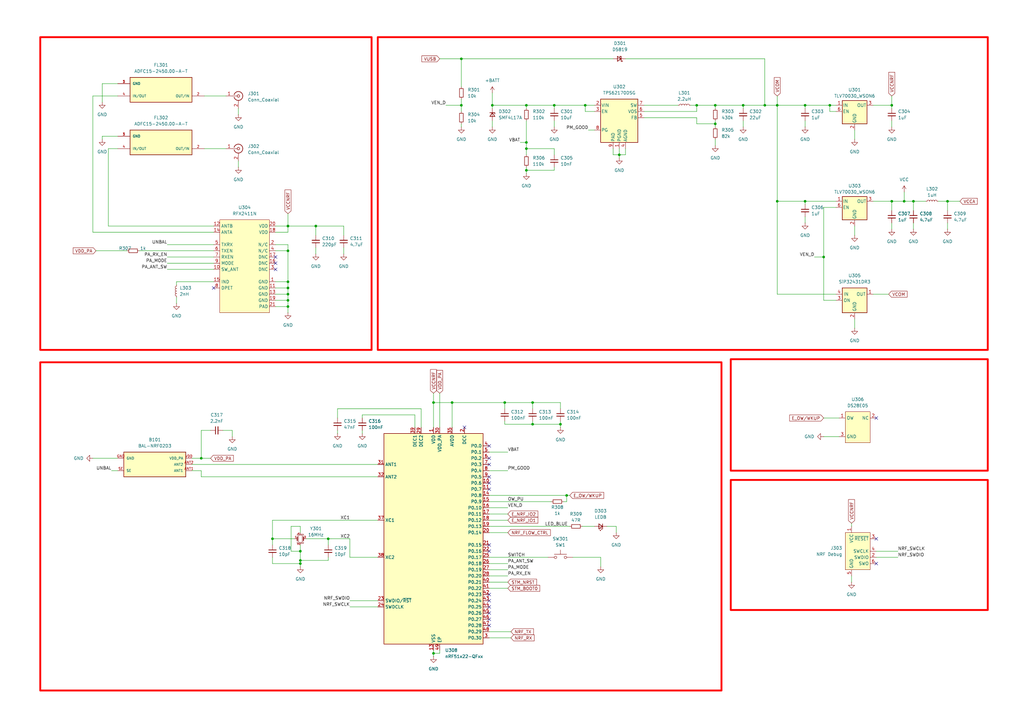
<source format=kicad_sch>
(kicad_sch (version 20231120) (generator "eeschema") (generator_version "8.0")
  (paper "A3")
  (title_block (date "2024-07-18"))
  (lib_symbols
    (symbol "ADFC15-2450.00-A-T:ADFC15-2450.00-A-T" (pin_names (offset 1.016))
      (property "Reference" "FL" (at -12.7 5.08 0))
      (property "Value" "ADFC15-2450.00-A-T" (at -12.7 -7.62 0))
      (symbol "ADFC15-2450.00-A-T_0_0"
        (pin power_in line (at 17.78 -2.54 180) (length 5.08) (name "GND") (number "1"))
        (pin bidirectional line (at -17.78 2.54 0) (length 5.08) (name "OUT/IN") (number "2"))
        (pin power_in line (at 17.78 -2.54 180) (length 5.08) (name "GND") (number "3"))
        (pin bidirectional line (at 17.78 2.54 180) (length 5.08) (name "IN/OUT") (number "4"))
      )
    )
    (symbol "BAL-NRF02D3:BAL-NRF02D3" (pin_names (offset 1.016))
      (property "Reference" "B" (at -12.7 5.588 0))
      (property "Value" "BAL-NRF02D3" (at -6.858 5.588 0))
      (symbol "BAL-NRF02D3_0_0"
        (pin bidirectional line (at -15.24 2.54 0) (length 2.54) (name "ANT1") (number "ANT1"))
        (pin bidirectional line (at -15.24 0 0) (length 2.54) (name "ANT2") (number "ANT2"))
        (pin bidirectional line (at 15.24 -2.54 180) (length 2.54) (name "GND") (number "GND"))
        (pin bidirectional line (at 15.24 2.54 180) (length 2.54) (name "SE") (number "SE"))
        (pin bidirectional line (at -15.24 -2.54 0) (length 2.54) (name "VDD_PA") (number "VDD"))
      )
    )
    (symbol "Connector:Conn_ARM_SWD_TagConnect_TC2030-NL" (in_bom no)
      (property "Reference" "J" (at 2.54 11.43 0))
      (property "Value" "Conn_ARM_SWD_TagConnect_TC2030-NL" (at 2.54 8.89 0))
      (symbol "Conn_ARM_SWD_TagConnect_TC2030-NL_0_0"
        (pin power_in line (at -2.54 10.16 270) (length 2.54) (name "VCC") (number "1"))
        (pin bidirectional line (at 7.62 -2.54 180) (length 2.54) (name "SWDIO") (number "2"))
        (pin open_collector line (at 7.62 5.08 180) (length 2.54) (name "~{RESET}") (number "3"))
        (pin output line (at 7.62 0 180) (length 2.54) (name "SWCLK") (number "4"))
        (pin power_in line (at -2.54 -10.16 90) (length 2.54) (name "GND") (number "5"))
        (pin input line (at 7.62 -5.08 180) (length 2.54) (name "SWO") (number "6"))
      )
    )
    (symbol "Connector:Conn_Coaxial" (pin_names (offset 1.016) hide)
      (property "Reference" "J" (at 0.254 3.048 0))
      (property "Value" "Conn_Coaxial" (at 2.921 0 90))
      (symbol "Conn_Coaxial_1_1"
        (pin passive line (at -5.08 0 0) (length 2.54) (name "In") (number "1"))
        (pin passive line (at 0 -5.08 90) (length 2.54) (name "Ext") (number "2"))
      )
    )
    (symbol "Device:C_Small" (pin_numbers hide) (pin_names (offset 0.254) hide)
      (property "Reference" "C" (at 0.254 1.778 0))
      (property "Value" "C_Small" (at 0.254 -2.032 0))
      (symbol "C_Small_1_1"
        (pin passive line (at 0 2.54 270) (length 2.032) (name "~") (number "1"))
        (pin passive line (at 0 -2.54 90) (length 2.032) (name "~") (number "2"))
      )
    )
    (symbol "Device:Crystal_GND24_Small" (pin_names (offset 1.016) hide)
      (property "Reference" "Y" (at 1.27 4.445 0))
      (property "Value" "Crystal_GND24_Small" (at 1.27 2.54 0))
      (symbol "Crystal_GND24_Small_1_1"
        (pin passive line (at -2.54 0 0) (length 1.27) (name "1") (number "1"))
        (pin passive line (at 0 -2.54 90) (length 0.635) (name "2") (number "2"))
        (pin passive line (at 2.54 0 180) (length 1.27) (name "3") (number "3"))
        (pin passive line (at 0 2.54 270) (length 0.635) (name "4") (number "4"))
      )
    )
    (symbol "Device:D_Schottky_Small" (pin_numbers hide) (pin_names (offset 0.254) hide)
      (property "Reference" "D" (at -1.27 2.032 0))
      (property "Value" "D_Schottky_Small" (at -7.112 -2.032 0))
      (symbol "D_Schottky_Small_1_1"
        (pin passive line (at -2.54 0 0) (length 1.778) (name "K") (number "1"))
        (pin passive line (at 2.54 0 180) (length 1.778) (name "A") (number "2"))
      )
    )
    (symbol "Device:D_Zener_Small" (pin_numbers hide) (pin_names (offset 0.254) hide)
      (property "Reference" "D" (at 0 2.286 0))
      (property "Value" "D_Zener_Small" (at 0 -2.286 0))
      (symbol "D_Zener_Small_1_1"
        (pin passive line (at -2.54 0 0) (length 1.778) (name "K") (number "1"))
        (pin passive line (at 2.54 0 180) (length 1.778) (name "A") (number "2"))
      )
    )
    (symbol "Device:LED_Small" (pin_numbers hide) (pin_names (offset 0.254) hide)
      (property "Reference" "D" (at -1.27 3.175 0))
      (property "Value" "LED_Small" (at -4.445 -2.54 0))
      (symbol "LED_Small_1_1"
        (pin passive line (at -2.54 0 0) (length 1.778) (name "K") (number "1"))
        (pin passive line (at 2.54 0 180) (length 1.778) (name "A") (number "2"))
      )
    )
    (symbol "Device:L_Small" (pin_numbers hide) (pin_names (offset 0.254) hide)
      (property "Reference" "L" (at 0.762 1.016 0))
      (property "Value" "L_Small" (at 0.762 -1.016 0))
      (symbol "L_Small_1_1"
        (pin passive line (at 0 2.54 270) (length 0.508) (name "~") (number "1"))
        (pin passive line (at 0 -2.54 90) (length 0.508) (name "~") (number "2"))
      )
    )
    (symbol "Device:R_Small" (pin_numbers hide) (pin_names (offset 0.254) hide)
      (property "Reference" "R" (at 0.762 0.508 0))
      (property "Value" "R_Small" (at 0.762 -1.016 0))
      (symbol "R_Small_1_1"
        (pin passive line (at 0 2.54 270) (length 0.762) (name "~") (number "1"))
        (pin passive line (at 0 -2.54 90) (length 0.762) (name "~") (number "2"))
      )
    )
    (symbol "MCU_Nordic:nRF51x22-QFxx"
      (property "Reference" "U" (at 0 2.54 0))
      (property "Value" "nRF51x22-QFxx" (at 0 -2.54 0))
      (symbol "nRF51x22-QFxx_1_1"
        (pin power_in line (at 0 45.72 270) (length 2.54) (name "VDD") (number "1"))
        (pin bidirectional line (at 22.86 22.86 180) (length 2.54) (name "P0.6") (number "10"))
        (pin bidirectional line (at 22.86 20.32 180) (length 2.54) (name "P0.7") (number "11"))
        (pin passive line (at 0 45.72 270) (length 2.54) hide (name "VDD") (number "12"))
        (pin power_in line (at 0 -45.72 90) (length 2.54) (name "VSS") (number "13"))
        (pin bidirectional line (at 22.86 17.78 180) (length 2.54) (name "P0.8") (number "14"))
        (pin bidirectional line (at 22.86 15.24 180) (length 2.54) (name "P0.9") (number "15"))
        (pin bidirectional line (at 22.86 12.7 180) (length 2.54) (name "P0.10") (number "16"))
        (pin bidirectional line (at 22.86 10.16 180) (length 2.54) (name "P0.11") (number "17"))
        (pin bidirectional line (at 22.86 7.62 180) (length 2.54) (name "P0.12") (number "18"))
        (pin bidirectional line (at 22.86 5.08 180) (length 2.54) (name "P0.13") (number "19"))
        (pin power_out line (at 12.7 45.72 270) (length 2.54) (name "DCC") (number "2"))
        (pin bidirectional line (at 22.86 2.54 180) (length 2.54) (name "P0.14") (number "20"))
        (pin bidirectional line (at 22.86 -2.54 180) (length 2.54) (name "P0.15") (number "21"))
        (pin bidirectional line (at 22.86 -5.08 180) (length 2.54) (name "P0.16") (number "22"))
        (pin bidirectional line (at -22.86 -25.4 0) (length 2.54) (name "SWDIO/~{RST}") (number "23"))
        (pin input line (at -22.86 -27.94 0) (length 2.54) (name "SWDCLK") (number "24"))
        (pin bidirectional line (at 22.86 -7.62 180) (length 2.54) (name "P0.17") (number "25"))
        (pin bidirectional line (at 22.86 -10.16 180) (length 2.54) (name "P0.18") (number "26"))
        (pin bidirectional line (at 22.86 -12.7 180) (length 2.54) (name "P0.19") (number "27"))
        (pin bidirectional line (at 22.86 -15.24 180) (length 2.54) (name "P0.20") (number "28"))
        (pin passive line (at -5.08 45.72 270) (length 2.54) (name "DEC2") (number "29"))
        (pin bidirectional line (at 22.86 -40.64 180) (length 2.54) (name "P0.30") (number "3"))
        (pin power_out line (at 2.54 45.72 270) (length 2.54) (name "VDD_PA") (number "30"))
        (pin output line (at -22.86 30.48 0) (length 2.54) (name "ANT1") (number "31"))
        (pin output line (at -22.86 25.4 0) (length 2.54) (name "ANT2") (number "32"))
        (pin passive line (at 0 -45.72 90) (length 2.54) hide (name "VSS") (number "33"))
        (pin passive line (at 0 -45.72 90) (length 2.54) hide (name "VSS") (number "34"))
        (pin power_in line (at 7.62 45.72 270) (length 2.54) (name "AVDD") (number "35"))
        (pin passive line (at 7.62 45.72 270) (length 2.54) hide (name "AVDD") (number "36"))
        (pin input line (at -22.86 7.62 0) (length 2.54) (name "XC1") (number "37"))
        (pin input line (at -22.86 -7.62 0) (length 2.54) (name "XC2") (number "38"))
        (pin passive line (at -7.62 45.72 270) (length 2.54) (name "DEC1") (number "39"))
        (pin bidirectional line (at 22.86 38.1 180) (length 2.54) (name "P0.0") (number "4"))
        (pin bidirectional line (at 22.86 -17.78 180) (length 2.54) (name "P0.21") (number "40"))
        (pin bidirectional line (at 22.86 -20.32 180) (length 2.54) (name "P0.22") (number "41"))
        (pin bidirectional line (at 22.86 -22.86 180) (length 2.54) (name "P0.23") (number "42"))
        (pin bidirectional line (at 22.86 -25.4 180) (length 2.54) (name "P0.24") (number "43"))
        (pin bidirectional line (at 22.86 -27.94 180) (length 2.54) (name "P0.25") (number "44"))
        (pin bidirectional line (at 22.86 -30.48 180) (length 2.54) (name "P0.26") (number "45"))
        (pin bidirectional line (at 22.86 -33.02 180) (length 2.54) (name "P0.27") (number "46"))
        (pin bidirectional line (at 22.86 -35.56 180) (length 2.54) (name "P0.28") (number "47"))
        (pin bidirectional line (at 22.86 -38.1 180) (length 2.54) (name "P0.29") (number "48"))
        (pin power_in line (at 2.54 -45.72 90) (length 2.54) (name "EP") (number "49"))
        (pin bidirectional line (at 22.86 35.56 180) (length 2.54) (name "P0.1") (number "5"))
        (pin bidirectional line (at 22.86 33.02 180) (length 2.54) (name "P0.2") (number "6"))
        (pin bidirectional line (at 22.86 30.48 180) (length 2.54) (name "P0.3") (number "7"))
        (pin bidirectional line (at 22.86 27.94 180) (length 2.54) (name "P0.4") (number "8"))
        (pin bidirectional line (at 22.86 25.4 180) (length 2.54) (name "P0.5") (number "9"))
      )
    )
    (symbol "Power_Management:SiP32431DR3"
      (property "Reference" "U" (at 0 8.89 0))
      (property "Value" "SiP32431DR3" (at 0 6.35 0))
      (symbol "SiP32431DR3_1_1"
        (pin passive line (at 7.62 2.54 180) (length 2.54) (name "OUT") (number "1"))
        (pin power_in line (at 0 -7.62 90) (length 2.54) (name "GND") (number "2"))
        (pin input line (at -7.62 0 0) (length 2.54) (name "ON") (number "3"))
        (pin passive line (at -7.62 2.54 0) (length 2.54) (name "IN") (number "4"))
        (pin passive line (at 0 -7.62 90) (length 2.54) hide (name "GND") (number "5"))
        (pin no_connect line (at 5.08 0 180) (length 2.54) hide (name "NC") (number "6"))
      )
    )
    (symbol "Regulator_Linear:TLV70030_WSON6" (pin_names (offset 0.254))
      (property "Reference" "U" (at -3.81 5.715 0))
      (property "Value" "TLV70030_WSON6" (at 0 5.715 0))
      (symbol "TLV70030_WSON6_1_1"
        (pin power_in line (at -7.62 2.54 0) (length 2.54) (name "IN") (number "1"))
        (pin power_in line (at 0 -7.62 90) (length 2.54) (name "GND") (number "2"))
        (pin power_out line (at 7.62 2.54 180) (length 2.54) (name "OUT") (number "3"))
        (pin no_connect line (at 7.62 0 180) (length 2.54) hide (name "NC") (number "4"))
        (pin no_connect line (at -2.54 -5.08 90) (length 2.54) hide (name "NC") (number "5"))
        (pin input line (at -7.62 0 0) (length 2.54) (name "EN") (number "6"))
      )
    )
    (symbol "Regulator_Switching:TPS62170DSG" (pin_names (offset 0.254))
      (property "Reference" "U" (at -7.62 11.43 0))
      (property "Value" "TPS62170DSG" (at -1.27 11.43 0))
      (symbol "TPS62170DSG_1_1"
        (pin power_in line (at 0 -10.16 90) (length 2.54) (name "PGND") (number "1"))
        (pin power_in line (at -10.16 7.62 0) (length 2.54) (name "VIN") (number "2"))
        (pin input line (at -10.16 5.08 0) (length 2.54) (name "EN") (number "3"))
        (pin power_in line (at 2.54 -10.16 90) (length 2.54) (name "AGND") (number "4"))
        (pin input line (at 10.16 2.54 180) (length 2.54) (name "FB") (number "5"))
        (pin input line (at 10.16 5.08 180) (length 2.54) (name "VOS") (number "6"))
        (pin output line (at 10.16 7.62 180) (length 2.54) (name "SW") (number "7"))
        (pin open_collector line (at -10.16 -2.54 0) (length 2.54) (name "PG") (number "8"))
        (pin power_in line (at -2.54 -10.16 90) (length 2.54) (name "PAD") (number "9"))
      )
    )
    (symbol "Switch:SW_Push" (pin_numbers hide) (pin_names (offset 1.016) hide)
      (property "Reference" "SW" (at 1.27 2.54 0))
      (property "Value" "SW_Push" (at 0 -1.524 0))
      (symbol "SW_Push_0_1"
        (pin passive line (at -5.08 0 0) (length 2.54) (name "1") (number "1"))
        (pin passive line (at 5.08 0 180) (length 2.54) (name "2") (number "2"))
      )
    )
    (symbol "libs:DS28E05"
      (property "Reference" "U" (at 0 8.128 0))
      (property "Value" "DS28E05" (at -5.08 0 0))
      (symbol "DS28E05_1_1"
        (pin passive line (at -7.62 3.81 0) (length 2.54) (name "OW") (number "1"))
        (pin passive line (at 7.62 3.81 180) (length 2.54) (name "NC") (number "2"))
        (pin passive line (at -7.62 -3.81 0) (length 2.54) (name "GND") (number "3"))
      )
    )
    (symbol "libs:RFX2411N"
      (property "Reference" "U" (at 0 24.13 0))
      (property "Value" "RFX2411N" (at 0 22.098 0))
      (symbol "RFX2411N_1_1"
        (pin passive line (at 12.7 -6.35 180) (length 2.54) (name "GND") (number "1"))
        (pin passive line (at -12.7 -1.27 0) (length 2.54) (name "SW_ANT") (number "10"))
        (pin passive line (at 12.7 -8.89 180) (length 2.54) (name "GND") (number "11"))
        (pin passive line (at -12.7 16.51 0) (length 2.54) (name "ANTB") (number "12"))
        (pin passive line (at 12.7 -11.43 180) (length 2.54) (name "GND") (number "13"))
        (pin passive line (at -12.7 13.97 0) (length 2.54) (name "ANTA") (number "14"))
        (pin passive line (at -12.7 -6.35 0) (length 2.54) (name "IND") (number "15"))
        (pin passive line (at 12.7 1.27 180) (length 2.54) (name "DNC") (number "16"))
        (pin passive line (at 12.7 3.81 180) (length 2.54) (name "DNC") (number "17"))
        (pin passive line (at 12.7 13.97 180) (length 2.54) (name "VDD") (number "18"))
        (pin passive line (at 12.7 -13.97 180) (length 2.54) (name "GND") (number "19"))
        (pin passive line (at 12.7 8.89 180) (length 2.54) (name "N/C") (number "2"))
        (pin passive line (at 12.7 16.51 180) (length 2.54) (name "VDD") (number "20"))
        (pin passive line (at 12.7 -16.51 180) (length 2.54) (name "PAD") (number "21"))
        (pin passive line (at 12.7 -1.27 180) (length 2.54) (name "DNC") (number "3"))
        (pin passive line (at 12.7 6.35 180) (length 2.54) (name "N/C") (number "4"))
        (pin passive line (at -12.7 8.89 0) (length 2.54) (name "TXRX") (number "5"))
        (pin passive line (at -12.7 6.35 0) (length 2.54) (name "TXEN") (number "6"))
        (pin passive line (at -12.7 3.81 0) (length 2.54) (name "RXEN") (number "7"))
        (pin passive line (at -12.7 -8.89 0) (length 2.54) (name "DPET") (number "8"))
        (pin passive line (at -12.7 1.27 0) (length 2.54) (name "MODE") (number "9"))
      )
    )
    (symbol "power:+BATT" (power) (pin_numbers hide) (pin_names (offset 0) hide)
      (property "Value" "+BATT" (at 0 3.556 0))
      (symbol "+BATT_1_1"
        (pin power_in line (at 0 0 90) (length 0) (name "~") (number "1"))
      )
    )
    (symbol "power:GND" (power) (pin_numbers hide) (pin_names (offset 0) hide)
      (property "Value" "GND" (at 0 -3.81 0))
      (symbol "GND_1_1"
        (pin power_in line (at 0 0 270) (length 0) (name "~") (number "1"))
      )
    )
    (symbol "power:VCC" (power) (pin_numbers hide) (pin_names (offset 0) hide)
      (property "Value" "VCC" (at 0 3.556 0))
      (symbol "VCC_1_1"
        (pin power_in line (at 0 0 90) (length 0) (name "~") (number "1"))
      )
    )
  )
  (junction (at 304.8 43.18))
  (junction (at 189.23 24.13))
  (junction (at 111.76 220.98))
  (junction (at 337.82 105.41))
  (junction (at 118.11 115.57))
  (junction (at 365.76 82.55))
  (junction (at 123.19 229.87))
  (junction (at 118.11 125.73))
  (junction (at 129.54 92.71))
  (junction (at 118.11 118.11))
  (junction (at 293.37 50.8))
  (junction (at 218.44 173.99))
  (junction (at 82.55 187.96))
  (junction (at 318.77 82.55))
  (junction (at 218.44 165.1))
  (junction (at 189.23 43.18))
  (junction (at 330.2 43.18))
  (junction (at 215.9 43.18))
  (junction (at 365.76 43.18))
  (junction (at 118.11 92.71))
  (junction (at 232.41 203.2))
  (junction (at 285.75 43.18))
  (junction (at 177.8 267.97))
  (junction (at 240.03 43.18))
  (junction (at 215.9 58.42))
  (junction (at 118.11 123.19))
  (junction (at 254 63.5))
  (junction (at 123.19 231.14))
  (junction (at 340.36 43.18))
  (junction (at 227.33 43.18))
  (junction (at 201.93 43.18))
  (junction (at 207.01 165.1))
  (junction (at 330.2 82.55))
  (junction (at 215.9 60.96))
  (junction (at 215.9 69.85))
  (junction (at 185.42 165.1))
  (junction (at 177.8 165.1))
  (junction (at 293.37 43.18))
  (junction (at 374.65 82.55))
  (junction (at 388.62 82.55))
  (junction (at 134.62 220.98))
  (junction (at 318.77 43.18))
  (junction (at 118.11 102.87))
  (junction (at 313.69 43.18))
  (junction (at 123.19 226.06))
  (junction (at 370.84 82.55))
  (junction (at 229.87 173.99))
  (junction (at 118.11 120.65))
  (no_connect (at 200.66 243.84))
  (no_connect (at 87.63 118.11))
  (no_connect (at 200.66 198.12))
  (no_connect (at 113.03 110.49))
  (no_connect (at 200.66 246.38))
  (no_connect (at 200.66 190.5))
  (no_connect (at 200.66 195.58))
  (no_connect (at 359.41 220.98))
  (no_connect (at 359.41 171.45))
  (no_connect (at 200.66 226.06))
  (no_connect (at 200.66 200.66))
  (no_connect (at 200.66 182.88))
  (no_connect (at 200.66 251.46))
  (no_connect (at 200.66 223.52))
  (no_connect (at 113.03 105.41))
  (no_connect (at 200.66 254))
  (no_connect (at 190.5 175.26))
  (no_connect (at 200.66 248.92))
  (no_connect (at 200.66 256.54))
  (no_connect (at 113.03 107.95))
  (no_connect (at 200.66 187.96))
  (no_connect (at 359.41 231.14))
  (wire (pts (xy 200.66 236.22) (xy 208.28 236.22)))
  (wire (pts (xy 318.77 120.65) (xy 318.77 82.55)))
  (wire (pts (xy 243.84 45.72) (xy 240.03 45.72)))
  (wire (pts (xy 384.81 82.55) (xy 388.62 82.55)))
  (wire (pts (xy 342.9 45.72) (xy 340.36 45.72)))
  (wire (pts (xy 207.01 172.72) (xy 207.01 173.99)))
  (wire (pts (xy 232.41 205.74) (xy 232.41 203.2)))
  (wire (pts (xy 207.01 173.99) (xy 218.44 173.99)))
  (wire (pts (xy 113.03 118.11) (xy 118.11 118.11)))
  (wire (pts (xy 170.18 170.18) (xy 148.59 170.18)))
  (wire (pts (xy 330.2 43.18) (xy 330.2 44.45)))
  (wire (pts (xy 365.76 86.36) (xy 365.76 82.55)))
  (wire (pts (xy 227.33 60.96) (xy 215.9 60.96)))
  (wire (pts (xy 200.66 233.68) (xy 208.28 233.68)))
  (wire (pts (xy 318.77 39.37) (xy 318.77 43.18)))
  (wire (pts (xy 123.19 218.44) (xy 123.19 215.9)))
  (wire (pts (xy 45.72 193.04) (xy 48.26 193.04)))
  (wire (pts (xy 374.65 82.55) (xy 374.65 86.36)))
  (wire (pts (xy 113.03 125.73) (xy 118.11 125.73)))
  (wire (pts (xy 189.23 24.13) (xy 251.46 24.13)))
  (wire (pts (xy 170.18 175.26) (xy 170.18 170.18)))
  (wire (pts (xy 44.45 60.96) (xy 48.26 60.96)))
  (wire (pts (xy 138.43 176.53) (xy 138.43 177.8)))
  (wire (pts (xy 111.76 228.6) (xy 111.76 231.14)))
  (wire (pts (xy 185.42 165.1) (xy 207.01 165.1)))
  (wire (pts (xy 143.51 220.98) (xy 134.62 220.98)))
  (wire (pts (xy 143.51 228.6) (xy 143.51 220.98)))
  (wire (pts (xy 330.2 88.9) (xy 330.2 91.44)))
  (wire (pts (xy 111.76 213.36) (xy 154.94 213.36)))
  (wire (pts (xy 78.74 190.5) (xy 154.94 190.5)))
  (wire (pts (xy 140.97 92.71) (xy 129.54 92.71)))
  (wire (pts (xy 232.41 203.2) (xy 233.68 203.2)))
  (wire (pts (xy 218.44 172.72) (xy 218.44 173.99)))
  (wire (pts (xy 200.66 259.08) (xy 209.55 259.08)))
  (wire (pts (xy 140.97 96.52) (xy 140.97 92.71)))
  (wire (pts (xy 189.23 40.64) (xy 189.23 43.18)))
  (wire (pts (xy 129.54 101.6) (xy 129.54 104.14)))
  (wire (pts (xy 330.2 49.53) (xy 330.2 52.07)))
  (wire (pts (xy 38.1 95.25) (xy 87.63 95.25)))
  (wire (pts (xy 215.9 68.58) (xy 215.9 69.85)))
  (wire (pts (xy 129.54 92.71) (xy 118.11 92.71)))
  (wire (pts (xy 243.84 43.18) (xy 240.03 43.18)))
  (wire (pts (xy 57.15 102.87) (xy 87.63 102.87)))
  (wire (pts (xy 118.11 118.11) (xy 118.11 120.65)))
  (wire (pts (xy 215.9 49.53) (xy 215.9 58.42)))
  (wire (pts (xy 123.19 223.52) (xy 123.19 226.06)))
  (wire (pts (xy 123.19 226.06) (xy 123.19 229.87)))
  (wire (pts (xy 154.94 228.6) (xy 143.51 228.6)))
  (wire (pts (xy 185.42 165.1) (xy 185.42 175.26)))
  (wire (pts (xy 201.93 38.1) (xy 201.93 43.18)))
  (wire (pts (xy 177.8 165.1) (xy 177.8 175.26)))
  (wire (pts (xy 293.37 57.15) (xy 293.37 59.69)))
  (wire (pts (xy 200.66 205.74) (xy 226.06 205.74)))
  (wire (pts (xy 350.52 92.71) (xy 350.52 96.52)))
  (wire (pts (xy 148.59 176.53) (xy 148.59 177.8)))
  (wire (pts (xy 111.76 220.98) (xy 111.76 223.52)))
  (wire (pts (xy 200.66 210.82) (xy 208.28 210.82)))
  (wire (pts (xy 318.77 82.55) (xy 330.2 82.55)))
  (wire (pts (xy 285.75 45.72) (xy 285.75 43.18)))
  (wire (pts (xy 285.75 43.18) (xy 283.21 43.18)))
  (wire (pts (xy 41.91 34.29) (xy 41.91 41.91)))
  (wire (pts (xy 350.52 53.34) (xy 350.52 57.15)))
  (wire (pts (xy 118.11 92.71) (xy 113.03 92.71)))
  (wire (pts (xy 330.2 82.55) (xy 342.9 82.55)))
  (wire (pts (xy 118.11 87.63) (xy 118.11 92.71)))
  (wire (pts (xy 350.52 130.81) (xy 350.52 134.62)))
  (wire (pts (xy 177.8 267.97) (xy 177.8 269.24)))
  (wire (pts (xy 254 63.5) (xy 254 64.77)))
  (wire (pts (xy 200.66 208.28) (xy 208.28 208.28)))
  (wire (pts (xy 215.9 69.85) (xy 227.33 69.85)))
  (wire (pts (xy 48.26 34.29) (xy 41.91 34.29)))
  (wire (pts (xy 177.8 165.1) (xy 185.42 165.1)))
  (wire (pts (xy 119.38 215.9) (xy 119.38 226.06)))
  (wire (pts (xy 172.72 175.26) (xy 172.72 167.64)))
  (wire (pts (xy 111.76 231.14) (xy 123.19 231.14)))
  (wire (pts (xy 388.62 82.55) (xy 388.62 86.36)))
  (wire (pts (xy 264.16 45.72) (xy 285.75 45.72)))
  (wire (pts (xy 134.62 220.98) (xy 134.62 223.52)))
  (wire (pts (xy 113.03 120.65) (xy 118.11 120.65)))
  (wire (pts (xy 118.11 125.73) (xy 118.11 128.27)))
  (wire (pts (xy 95.25 176.53) (xy 95.25 179.07)))
  (wire (pts (xy 365.76 82.55) (xy 358.14 82.55)))
  (wire (pts (xy 370.84 82.55) (xy 374.65 82.55)))
  (wire (pts (xy 113.03 95.25) (xy 118.11 95.25)))
  (wire (pts (xy 293.37 50.8) (xy 293.37 52.07)))
  (wire (pts (xy 285.75 43.18) (xy 293.37 43.18)))
  (wire (pts (xy 113.03 102.87) (xy 118.11 102.87)))
  (wire (pts (xy 200.66 238.76) (xy 208.28 238.76)))
  (wire (pts (xy 313.69 43.18) (xy 318.77 43.18)))
  (wire (pts (xy 113.03 123.19) (xy 118.11 123.19)))
  (wire (pts (xy 334.01 105.41) (xy 337.82 105.41)))
  (wire (pts (xy 229.87 172.72) (xy 229.87 173.99)))
  (wire (pts (xy 177.8 161.29) (xy 177.8 165.1)))
  (wire (pts (xy 227.33 43.18) (xy 227.33 44.45)))
  (wire (pts (xy 229.87 173.99) (xy 229.87 175.26)))
  (wire (pts (xy 337.82 123.19) (xy 342.9 123.19)))
  (wire (pts (xy 83.82 60.96) (xy 92.71 60.96)))
  (wire (pts (xy 349.25 214.63) (xy 349.25 215.9)))
  (wire (pts (xy 318.77 43.18) (xy 318.77 82.55)))
  (wire (pts (xy 82.55 195.58) (xy 154.94 195.58)))
  (wire (pts (xy 78.74 193.04) (xy 82.55 193.04)))
  (wire (pts (xy 365.76 49.53) (xy 365.76 52.07)))
  (wire (pts (xy 342.9 120.65) (xy 318.77 120.65)))
  (wire (pts (xy 44.45 92.71) (xy 44.45 60.96)))
  (wire (pts (xy 189.23 43.18) (xy 189.23 45.72)))
  (wire (pts (xy 180.34 161.29) (xy 180.34 175.26)))
  (wire (pts (xy 68.58 100.33) (xy 87.63 100.33)))
  (wire (pts (xy 304.8 44.45) (xy 304.8 43.18)))
  (wire (pts (xy 123.19 215.9) (xy 119.38 215.9)))
  (wire (pts (xy 78.74 187.96) (xy 82.55 187.96)))
  (wire (pts (xy 118.11 102.87) (xy 118.11 115.57)))
  (wire (pts (xy 285.75 50.8) (xy 293.37 50.8)))
  (wire (pts (xy 238.76 215.9) (xy 243.84 215.9)))
  (wire (pts (xy 340.36 43.18) (xy 342.9 43.18)))
  (wire (pts (xy 293.37 49.53) (xy 293.37 50.8)))
  (wire (pts (xy 240.03 45.72) (xy 240.03 43.18)))
  (wire (pts (xy 349.25 236.22) (xy 349.25 238.76)))
  (wire (pts (xy 215.9 43.18) (xy 201.93 43.18)))
  (wire (pts (xy 330.2 82.55) (xy 330.2 83.82)))
  (wire (pts (xy 200.66 231.14) (xy 208.28 231.14)))
  (wire (pts (xy 138.43 167.64) (xy 138.43 171.45)))
  (wire (pts (xy 358.14 120.65) (xy 364.49 120.65)))
  (wire (pts (xy 388.62 82.55) (xy 393.7 82.55)))
  (wire (pts (xy 218.44 165.1) (xy 229.87 165.1)))
  (wire (pts (xy 200.66 203.2) (xy 232.41 203.2)))
  (wire (pts (xy 293.37 44.45) (xy 293.37 43.18)))
  (wire (pts (xy 359.41 226.06) (xy 368.3 226.06)))
  (wire (pts (xy 201.93 49.53) (xy 201.93 52.07)))
  (wire (pts (xy 200.66 228.6) (xy 224.79 228.6)))
  (wire (pts (xy 113.03 115.57) (xy 118.11 115.57)))
  (wire (pts (xy 264.16 48.26) (xy 285.75 48.26)))
  (wire (pts (xy 374.65 82.55) (xy 379.73 82.55)))
  (wire (pts (xy 200.66 215.9) (xy 233.68 215.9)))
  (wire (pts (xy 129.54 96.52) (xy 129.54 92.71)))
  (wire (pts (xy 111.76 220.98) (xy 120.65 220.98)))
  (wire (pts (xy 285.75 48.26) (xy 285.75 50.8)))
  (wire (pts (xy 229.87 167.64) (xy 229.87 165.1)))
  (wire (pts (xy 337.82 105.41) (xy 337.82 123.19)))
  (wire (pts (xy 97.79 66.04) (xy 97.79 68.58)))
  (wire (pts (xy 200.66 241.3) (xy 208.28 241.3)))
  (wire (pts (xy 82.55 187.96) (xy 86.36 187.96)))
  (wire (pts (xy 207.01 165.1) (xy 218.44 165.1)))
  (wire (pts (xy 227.33 43.18) (xy 215.9 43.18)))
  (wire (pts (xy 180.34 266.7) (xy 180.34 267.97)))
  (wire (pts (xy 370.84 78.74) (xy 370.84 82.55)))
  (wire (pts (xy 68.58 107.95) (xy 87.63 107.95)))
  (wire (pts (xy 39.37 102.87) (xy 52.07 102.87)))
  (wire (pts (xy 234.95 228.6) (xy 246.38 228.6)))
  (wire (pts (xy 256.54 24.13) (xy 313.69 24.13)))
  (wire (pts (xy 172.72 167.64) (xy 138.43 167.64)))
  (wire (pts (xy 134.62 229.87) (xy 123.19 229.87)))
  (wire (pts (xy 200.66 213.36) (xy 208.28 213.36)))
  (wire (pts (xy 83.82 39.37) (xy 92.71 39.37)))
  (wire (pts (xy 304.8 49.53) (xy 304.8 52.07)))
  (wire (pts (xy 374.65 91.44) (xy 374.65 93.98)))
  (wire (pts (xy 86.36 176.53) (xy 82.55 176.53)))
  (wire (pts (xy 231.14 205.74) (xy 232.41 205.74)))
  (wire (pts (xy 118.11 123.19) (xy 118.11 125.73)))
  (wire (pts (xy 240.03 43.18) (xy 227.33 43.18)))
  (wire (pts (xy 252.73 215.9) (xy 252.73 218.44)))
  (wire (pts (xy 82.55 176.53) (xy 82.55 187.96)))
  (wire (pts (xy 41.91 55.88) (xy 48.26 55.88)))
  (wire (pts (xy 337.82 171.45) (xy 344.17 171.45)))
  (wire (pts (xy 41.91 57.15) (xy 41.91 55.88)))
  (wire (pts (xy 215.9 58.42) (xy 215.9 60.96)))
  (wire (pts (xy 189.23 50.8) (xy 189.23 52.07)))
  (wire (pts (xy 365.76 44.45) (xy 365.76 43.18)))
  (wire (pts (xy 118.11 115.57) (xy 118.11 118.11)))
  (wire (pts (xy 365.76 82.55) (xy 370.84 82.55)))
  (wire (pts (xy 337.82 179.07) (xy 344.17 179.07)))
  (wire (pts (xy 123.19 231.14) (xy 123.19 232.41)))
  (wire (pts (xy 342.9 85.09) (xy 337.82 85.09)))
  (wire (pts (xy 180.34 24.13) (xy 189.23 24.13)))
  (wire (pts (xy 143.51 246.38) (xy 154.94 246.38)))
  (wire (pts (xy 48.26 39.37) (xy 38.1 39.37)))
  (wire (pts (xy 200.66 185.42) (xy 208.28 185.42)))
  (wire (pts (xy 227.33 49.53) (xy 227.33 52.07)))
  (wire (pts (xy 313.69 24.13) (xy 313.69 43.18)))
  (wire (pts (xy 82.55 193.04) (xy 82.55 195.58)))
  (wire (pts (xy 72.39 121.92) (xy 72.39 124.46)))
  (wire (pts (xy 241.3 53.34) (xy 243.84 53.34)))
  (wire (pts (xy 177.8 266.7) (xy 177.8 267.97)))
  (wire (pts (xy 330.2 43.18) (xy 340.36 43.18)))
  (wire (pts (xy 365.76 43.18) (xy 358.14 43.18)))
  (wire (pts (xy 111.76 213.36) (xy 111.76 220.98)))
  (wire (pts (xy 304.8 43.18) (xy 313.69 43.18)))
  (wire (pts (xy 91.44 176.53) (xy 95.25 176.53)))
  (wire (pts (xy 200.66 218.44) (xy 208.28 218.44)))
  (wire (pts (xy 213.36 58.42) (xy 215.9 58.42)))
  (wire (pts (xy 87.63 115.57) (xy 72.39 115.57)))
  (wire (pts (xy 254 60.96) (xy 254 63.5)))
  (wire (pts (xy 97.79 44.45) (xy 97.79 46.99)))
  (wire (pts (xy 180.34 267.97) (xy 177.8 267.97)))
  (wire (pts (xy 251.46 63.5) (xy 254 63.5)))
  (wire (pts (xy 215.9 43.18) (xy 215.9 44.45)))
  (wire (pts (xy 365.76 39.37) (xy 365.76 43.18)))
  (wire (pts (xy 251.46 60.96) (xy 251.46 63.5)))
  (wire (pts (xy 148.59 170.18) (xy 148.59 171.45)))
  (wire (pts (xy 318.77 43.18) (xy 330.2 43.18)))
  (wire (pts (xy 87.63 92.71) (xy 44.45 92.71)))
  (wire (pts (xy 218.44 165.1) (xy 218.44 167.64)))
  (wire (pts (xy 38.1 187.96) (xy 48.26 187.96)))
  (wire (pts (xy 246.38 228.6) (xy 246.38 232.41)))
  (wire (pts (xy 388.62 91.44) (xy 388.62 93.98)))
  (wire (pts (xy 207.01 165.1) (xy 207.01 167.64)))
  (wire (pts (xy 200.66 193.04) (xy 208.28 193.04)))
  (wire (pts (xy 215.9 60.96) (xy 215.9 63.5)))
  (wire (pts (xy 72.39 115.57) (xy 72.39 116.84)))
  (wire (pts (xy 140.97 101.6) (xy 140.97 104.14)))
  (wire (pts (xy 68.58 110.49) (xy 87.63 110.49)))
  (wire (pts (xy 227.33 63.5) (xy 227.33 60.96)))
  (wire (pts (xy 119.38 226.06) (xy 123.19 226.06)))
  (wire (pts (xy 218.44 173.99) (xy 229.87 173.99)))
  (wire (pts (xy 134.62 228.6) (xy 134.62 229.87)))
  (wire (pts (xy 68.58 105.41) (xy 87.63 105.41)))
  (wire (pts (xy 118.11 95.25) (xy 118.11 92.71)))
  (wire (pts (xy 304.8 43.18) (xy 293.37 43.18)))
  (wire (pts (xy 118.11 120.65) (xy 118.11 123.19)))
  (wire (pts (xy 189.23 24.13) (xy 189.23 35.56)))
  (wire (pts (xy 256.54 63.5) (xy 254 63.5)))
  (wire (pts (xy 340.36 45.72) (xy 340.36 43.18)))
  (wire (pts (xy 143.51 248.92) (xy 154.94 248.92)))
  (wire (pts (xy 201.93 43.18) (xy 201.93 44.45)))
  (wire (pts (xy 264.16 43.18) (xy 278.13 43.18)))
  (wire (pts (xy 113.03 100.33) (xy 118.11 100.33)))
  (wire (pts (xy 359.41 228.6) (xy 368.3 228.6)))
  (wire (pts (xy 118.11 100.33) (xy 118.11 102.87)))
  (wire (pts (xy 227.33 68.58) (xy 227.33 69.85)))
  (wire (pts (xy 337.82 85.09) (xy 337.82 105.41)))
  (wire (pts (xy 134.62 220.98) (xy 125.73 220.98)))
  (wire (pts (xy 256.54 60.96) (xy 256.54 63.5)))
  (wire (pts (xy 215.9 69.85) (xy 215.9 71.12)))
  (wire (pts (xy 38.1 39.37) (xy 38.1 95.25)))
  (wire (pts (xy 365.76 91.44) (xy 365.76 93.98)))
  (wire (pts (xy 248.92 215.9) (xy 252.73 215.9)))
  (wire (pts (xy 123.19 229.87) (xy 123.19 231.14)))
  (wire (pts (xy 182.88 43.18) (xy 189.23 43.18)))
  (wire (pts (xy 200.66 261.62) (xy 209.55 261.62)))
  (rectangle (start 299.72 196.85) (end 405.13 250.19) (stroke (width 0.762) (color 255 0 0 1)))
  (rectangle (start 16.51 15.24) (end 152.4 143.51) (stroke (width 0.762) (color 255 0 0 1)))
  (rectangle (start 299.72 147.32) (end 405.13 193.04) (stroke (width 0.762) (color 255 0 0 1)))
  (rectangle (start 154.94 15.24) (end 405.13 143.51) (stroke (width 0.762) (color 255 0 0 1)))
  (rectangle (start 16.51 148.59) (end 295.91 283.21) (stroke (width 0.762) (color 255 0 0 1)))
  (label "PA_RX_EN" (at 208.28 236.22 0))
  (label "PA_MODE" (at 208.28 233.68 0))
  (label "PA_ANT_SW" (at 208.28 231.14 0))
  (label "LED_BLUE" (at 223.52 215.9 0))
  (label "SWITCH" (at 208.28 228.6 0))
  (label "VEN_D" (at 182.88 43.18 180))
  (label "UNBAL" (at 45.72 193.04 180))
  (label "PA_MODE" (at 68.58 107.95 180))
  (label "NRF_SWDIO" (at 368.3 228.6 0))
  (label "NRF_SWCLK" (at 368.3 226.06 0))
  (label "VEN_D" (at 208.28 208.28 0))
  (label "PA_ANT_SW" (at 68.58 110.49 180))
  (label "XC1" (at 143.51 213.36 180))
  (label "VBAT" (at 213.36 58.42 180))
  (label "UNBAL" (at 68.58 100.33 180))
  (label "NRF_SWDIO" (at 143.51 246.38 180))
  (label "PM_GOOD" (at 241.3 53.34 180))
  (label "VEN_D" (at 334.01 105.41 180))
  (label "OW_PU" (at 208.28 205.74 0))
  (label "NRF_SWCLK" (at 143.51 248.92 180))
  (label "VBAT" (at 208.28 185.42 0))
  (label "PA_RX_EN" (at 68.58 105.41 180))
  (label "XC2" (at 143.51 220.98 180))
  (label "PM_GOOD" (at 208.28 193.04 0))
  (global_label "VDD_PA" (shape input) (at 86.36 187.96 0) (property "Intersheetrefs" "${INTERSHEET_REFS}" (effects (hide yes))))
  (global_label "VCCA" (shape input) (at 393.7 82.55 0) (property "Intersheetrefs" "${INTERSHEET_REFS}" (effects (hide yes))))
  (global_label "NRF_FLOW_CTRL" (shape input) (at 208.28 218.44 0) (property "Intersheetrefs" "${INTERSHEET_REFS}" (effects (hide yes))))
  (global_label "E_OW{slash}WKUP" (shape input) (at 233.68 203.2 0) (property "Intersheetrefs" "${INTERSHEET_REFS}" (effects (hide yes))))
  (global_label "VCOM" (shape input) (at 318.77 39.37 90) (property "Intersheetrefs" "${INTERSHEET_REFS}" (effects (hide yes))))
  (global_label "VDD_PA" (shape input) (at 180.34 161.29 90) (property "Intersheetrefs" "${INTERSHEET_REFS}" (effects (hide yes))))
  (global_label "STM_BOOT0" (shape input) (at 208.28 241.3 0) (property "Intersheetrefs" "${INTERSHEET_REFS}" (effects (hide yes))))
  (global_label "VCCNRF" (shape input) (at 349.25 214.63 90) (property "Intersheetrefs" "${INTERSHEET_REFS}" (effects (hide yes))))
  (global_label "VCCNRF" (shape input) (at 177.8 161.29 90) (property "Intersheetrefs" "${INTERSHEET_REFS}" (effects (hide yes))))
  (global_label "VCOM" (shape input) (at 364.49 120.65 0) (property "Intersheetrefs" "${INTERSHEET_REFS}" (effects (hide yes))))
  (global_label "VCCNRF" (shape input) (at 365.76 39.37 90) (property "Intersheetrefs" "${INTERSHEET_REFS}" (effects (hide yes))))
  (global_label "VCCNRF" (shape input) (at 118.11 87.63 90) (property "Intersheetrefs" "${INTERSHEET_REFS}" (effects (hide yes))))
  (global_label "NRF_TX" (shape input) (at 209.55 259.08 0) (property "Intersheetrefs" "${INTERSHEET_REFS}" (effects (hide yes))))
  (global_label "E_NRF_IO2" (shape input) (at 208.28 210.82 0) (property "Intersheetrefs" "${INTERSHEET_REFS}" (effects (hide yes))))
  (global_label "VDD_PA" (shape input) (at 39.37 102.87 180) (property "Intersheetrefs" "${INTERSHEET_REFS}" (effects (hide yes))))
  (global_label "E_OW{slash}WKUP" (shape input) (at 337.82 171.45 180) (property "Intersheetrefs" "${INTERSHEET_REFS}" (effects (hide yes))))
  (global_label "VUSB" (shape input) (at 180.34 24.13 180) (property "Intersheetrefs" "${INTERSHEET_REFS}" (effects (hide yes))))
  (global_label "STM_NRST" (shape input) (at 208.28 238.76 0) (property "Intersheetrefs" "${INTERSHEET_REFS}" (effects (hide yes))))
  (global_label "NRF_RX" (shape input) (at 209.55 261.62 0) (property "Intersheetrefs" "${INTERSHEET_REFS}" (effects (hide yes))))
  (global_label "E_NRF_IO1" (shape input) (at 208.28 213.36 0) (property "Intersheetrefs" "${INTERSHEET_REFS}" (effects (hide yes))))
  (symbol (lib_id "power:GND") (at 118.11 128.27 0) (unit 1)
    (property "Reference" "#PWR0325" (effects (hide yes)))
    (property "Value" "GND" (at 118.11 133.35 0))
    (property "Description" "Power symbol creates a global label with name \"GND\" , ground" (effects (hide yes)))
  )
  (symbol (lib_id "Device:C_Small") (at 304.8 46.99 0) (unit 1)
    (property "Reference" "C302" (at 307.34 45.7262 0) (effects (justify left)))
    (property "Value" "22uF" (at 307.34 48.2662 0) (effects (justify left)))
    (property "Footprint" "Capacitor_SMD:C_0805_2012Metric" (effects (hide yes)))
    (property "Description" "Unpolarized capacitor, small symbol" (effects (hide yes)))
  )
  (symbol (lib_id "Device:L_Small") (at 382.27 82.55 90) (unit 1)
    (property "Reference" "L302" (at 382.27 77.47 90))
    (property "Value" "1uH" (at 382.27 80.01 90))
    (property "Footprint" "Inductor_SMD:L_0402_1005Metric" (effects (hide yes)))
    (property "Description" "Inductor, small symbol" (effects (hide yes)))
  )
  (symbol (lib_id "Regulator_Linear:TLV70030_WSON6") (at 350.52 85.09 0) (unit 1)
    (property "Reference" "U303" (at 350.52 76.2 0))
    (property "Value" "TLV70030_WSON6" (at 350.52 78.74 0))
    (property "Footprint" "Package_SON:WSON-6_1.5x1.5mm_P0.5mm" (effects (hide yes)))
    (property "Datasheet" "http://www.ti.com/lit/ds/symlink/tlv700.pdf" (effects (hide yes)))
    (property "Description" "200mA Low Dropout Voltage Regulator, Fixed Output 3V, WSON6" (effects (hide yes)))
    (property "LCSC" "C2859622" (effects (hide yes)))
  )
  (symbol (lib_id "Device:C_Small") (at 330.2 46.99 0) (unit 1)
    (property "Reference" "C303" (at 332.74 45.7262 0) (effects (justify left)))
    (property "Value" "1uF" (at 332.74 48.2662 0) (effects (justify left)))
    (property "Footprint" "Capacitor_SMD:C_0402_1005Metric" (effects (hide yes)))
    (property "Description" "Unpolarized capacitor, small symbol" (effects (hide yes)))
  )
  (symbol (lib_id "Device:C_Small") (at 227.33 46.99 0) (unit 1)
    (property "Reference" "C301" (at 229.87 45.7262 0) (effects (justify left)))
    (property "Value" "10uF" (at 229.87 48.2662 0) (effects (justify left)))
    (property "Footprint" "Capacitor_SMD:C_0805_2012Metric" (effects (hide yes)))
    (property "Description" "Unpolarized capacitor, small symbol" (effects (hide yes)))
  )
  (symbol (lib_id "power:GND") (at 201.93 52.07 0) (unit 1)
    (property "Reference" "#PWR0305" (effects (hide yes)))
    (property "Value" "GND" (at 201.93 57.15 0))
    (property "Description" "Power symbol creates a global label with name \"GND\" , ground" (effects (hide yes)))
  )
  (symbol (lib_id "power:GND") (at 41.91 57.15 0) (unit 1)
    (property "Reference" "#PWR0310" (effects (hide yes)))
    (property "Value" "GND" (at 41.91 62.23 0))
    (property "Description" "Power symbol creates a global label with name \"GND\" , ground" (effects (hide yes)))
  )
  (symbol (lib_id "MCU_Nordic:nRF51x22-QFxx") (at 177.8 220.98 0) (unit 1)
    (property "Reference" "U308" (at 182.5341 266.7 0) (effects (justify left)))
    (property "Value" "nRF51x22-QFxx" (at 182.5341 269.24 0) (effects (justify left)))
    (property "Footprint" "Package_DFN_QFN:QFN-48-1EP_6x6mm_P0.4mm_EP4.6x4.6mm" (effects (hide yes)))
    (property "Datasheet" "http://infocenter.nordicsemi.com/pdf/nRF51822_PS_v3.3.pdf" (effects (hide yes)))
    (property "Description" "Multiprotocol BLE/2.4GHz Cortex-M0+ SoC" (effects (hide yes)))
  )
  (symbol (lib_id "power:GND") (at 330.2 52.07 0) (unit 1)
    (property "Reference" "#PWR0308" (effects (hide yes)))
    (property "Value" "GND" (at 330.2 57.15 0))
    (property "Description" "Power symbol creates a global label with name \"GND\" , ground" (effects (hide yes)))
  )
  (symbol (lib_id "power:GND") (at 97.79 68.58 0) (unit 1)
    (property "Reference" "#PWR0314" (effects (hide yes)))
    (property "Value" "GND" (at 97.79 73.66 0))
    (property "Description" "Power symbol creates a global label with name \"GND\" , ground" (effects (hide yes)))
  )
  (symbol (lib_id "Device:R_Small") (at 189.23 48.26 0) (unit 1)
    (property "Reference" "R304" (at 191.77 46.9899 0) (effects (justify left)))
    (property "Value" "10k" (at 191.77 49.5299 0) (effects (justify left)))
    (property "Footprint" "Resistor_SMD:R_0402_1005Metric" (effects (hide yes)))
    (property "Description" "Resistor, small symbol" (effects (hide yes)))
  )
  (symbol (lib_id "power:GND") (at 350.52 134.62 0) (unit 1)
    (property "Reference" "#PWR0326" (effects (hide yes)))
    (property "Value" "GND" (at 350.52 139.7 0))
    (property "Description" "Power symbol creates a global label with name \"GND\" , ground" (effects (hide yes)))
  )
  (symbol (lib_id "Device:Crystal_GND24_Small") (at 123.19 220.98 0) (unit 1)
    (property "Reference" "Y301" (at 129.54 216.789 0))
    (property "Value" "16MHz" (at 129.54 219.329 0))
    (property "Footprint" "Crystal:Crystal_SMD_2520-4Pin_2.5x2.0mm" (effects (hide yes)))
    (property "Description" "Four pin crystal, GND on pins 2 and 4, small symbol" (effects (hide yes)))
  )
  (symbol (lib_id "power:GND") (at 129.54 104.14 0) (unit 1)
    (property "Reference" "#PWR0322" (effects (hide yes)))
    (property "Value" "GND" (at 129.54 109.22 0))
    (property "Description" "Power symbol creates a global label with name \"GND\" , ground" (effects (hide yes)))
  )
  (symbol (lib_id "Device:C_Small") (at 134.62 226.06 0) (unit 1)
    (property "Reference" "C319" (at 137.16 224.7962 0) (effects (justify left)))
    (property "Value" "10pF" (at 137.16 227.3362 0) (effects (justify left)))
    (property "Footprint" "Capacitor_SMD:C_0402_1005Metric" (effects (hide yes)))
    (property "Description" "Unpolarized capacitor, small symbol" (effects (hide yes)))
  )
  (symbol (lib_id "power:GND") (at 304.8 52.07 0) (unit 1)
    (property "Reference" "#PWR0307" (effects (hide yes)))
    (property "Value" "GND" (at 304.8 57.15 0))
    (property "Description" "Power symbol creates a global label with name \"GND\" , ground" (effects (hide yes)))
  )
  (symbol (lib_id "Device:LED_Small") (at 246.38 215.9 180) (unit 1)
    (property "Reference" "D303" (at 246.3165 209.55 0))
    (property "Value" "LEDB" (at 246.3165 212.09 0))
    (property "Footprint" "LED_SMD:LED_0402_1005Metric" (effects (hide yes)))
    (property "Description" "Light emitting diode, small symbol" (effects (hide yes)))
  )
  (symbol (lib_id "Device:C_Small") (at 207.01 170.18 0) (unit 1)
    (property "Reference" "C312" (at 209.55 168.9162 0) (effects (justify left)))
    (property "Value" "100nF" (at 209.55 171.4562 0) (effects (justify left)))
    (property "Footprint" "Capacitor_SMD:C_0402_1005Metric" (effects (hide yes)))
    (property "Description" "Unpolarized capacitor, small symbol" (effects (hide yes)))
  )
  (symbol (lib_id "Switch:SW_Push") (at 229.87 228.6 0) (unit 1)
    (property "Reference" "SW301" (at 229.87 220.98 0))
    (property "Value" "SW1" (at 229.87 223.52 0))
    (property "Footprint" "EVQ-PUD02K:EVQPUD02K" (effects (hide yes)))
    (property "Description" "Push button switch, generic, two pins" (effects (hide yes)))
  )
  (symbol (lib_id "Device:R_Small") (at 228.6 205.74 90) (unit 1)
    (property "Reference" "R308" (at 228.6 208.026 90))
    (property "Value" "1k" (at 228.6 210.566 90))
    (property "Footprint" "Resistor_SMD:R_0402_1005Metric" (effects (hide yes)))
    (property "Description" "Resistor, small symbol" (effects (hide yes)))
  )
  (symbol (lib_id "power:GND") (at 350.52 57.15 0) (unit 1)
    (property "Reference" "#PWR0311" (effects (hide yes)))
    (property "Value" "GND" (at 350.52 62.23 0))
    (property "Description" "Power symbol creates a global label with name \"GND\" , ground" (effects (hide yes)))
  )
  (symbol (lib_id "Power_Management:SiP32431DR3") (at 350.52 123.19 0) (unit 1)
    (property "Reference" "U305" (at 350.52 113.03 0))
    (property "Value" "SiP32431DR3" (at 350.52 115.57 0))
    (property "Footprint" "Package_TO_SOT_SMD:SOT-363_SC-70-6" (effects (hide yes)))
    (property "Datasheet" "http://www.vishay.com.hk/docs/66597/sip32431.pdf" (effects (hide yes)))
    (property "Description" "10 pA, Ultra Low Leakage and Quiescent Current, Load Switch with Reverse Blocking, High Enable, SC-70-6" (effects (hide yes)))
    (property "LCSC" "C141606" (effects (hide yes)))
  )
  (symbol (lib_id "Device:C_Small") (at 111.76 226.06 0) (unit 1)
    (property "Reference" "C318" (at 114.3 224.7962 0) (effects (justify left)))
    (property "Value" "10pF" (at 114.3 227.3362 0) (effects (justify left)))
    (property "Footprint" "Capacitor_SMD:C_0402_1005Metric" (effects (hide yes)))
    (property "Description" "Unpolarized capacitor, small symbol" (effects (hide yes)))
  )
  (symbol (lib_id "power:GND") (at 246.38 232.41 0) (unit 1)
    (property "Reference" "#PWR0335" (effects (hide yes)))
    (property "Value" "GND" (at 246.38 237.49 0))
    (property "Description" "Power symbol creates a global label with name \"GND\" , ground" (effects (hide yes)))
  )
  (symbol (lib_id "power:GND") (at 365.76 52.07 0) (unit 1)
    (property "Reference" "#PWR0309" (effects (hide yes)))
    (property "Value" "GND" (at 365.76 57.15 0))
    (property "Description" "Power symbol creates a global label with name \"GND\" , ground" (effects (hide yes)))
  )
  (symbol (lib_id "Connector:Conn_Coaxial") (at 97.79 60.96 0) (unit 1)
    (property "Reference" "J302" (at 101.6 59.9831 0) (effects (justify left)))
    (property "Value" "Conn_Coaxial" (at 101.6 62.5231 0) (effects (justify left)))
    (property "Footprint" "Connector_Coaxial:U.FL_Hirose_U.FL-R-SMT-1_Vertical" (effects (hide yes)))
    (property "Datasheet" " ~" (effects (hide yes)))
    (property "Description" "coaxial connector (BNC, SMA, SMB, SMC, Cinch/RCA, LEMO, ...)" (effects (hide yes)))
  )
  (symbol (lib_id "Connector:Conn_ARM_SWD_TagConnect_TC2030-NL") (at 351.79 226.06 0) (unit 1) (in_bom no)
    (property "Reference" "J303" (at 345.44 224.7899 0) (effects (justify right)))
    (property "Value" "NRF Debug" (at 345.44 227.3299 0) (effects (justify right)))
    (property "Footprint" "Connector:Tag-Connect_TC2030-IDC-NL_2x03_P1.27mm_Vertical" (effects (hide yes)))
    (property "Datasheet" "https://www.tag-connect.com/wp-content/uploads/bsk-pdf-manager/TC2030-CTX_1.pdf" (effects (hide yes)))
    (property "Description" "Tag-Connect ARM Cortex SWD JTAG connector, 6 pin, no legs" (effects (hide yes)))
  )
  (symbol (lib_id "Device:C_Small") (at 129.54 99.06 180) (unit 1)
    (property "Reference" "C310" (at 132.08 97.7835 0) (effects (justify right)))
    (property "Value" "220pF" (at 132.08 100.3235 0) (effects (justify right)))
    (property "Footprint" "Capacitor_SMD:C_0402_1005Metric" (effects (hide yes)))
    (property "Description" "Unpolarized capacitor, small symbol" (effects (hide yes)))
  )
  (symbol (lib_id "ADFC15-2450.00-A-T:ADFC15-2450.00-A-T") (at 66.04 58.42 180) (unit 1)
    (property "Reference" "FL302" (at 66.04 48.26 0))
    (property "Value" "ADFC15-2450.00-A-T" (at 66.04 50.8 0))
    (property "Footprint" "ADFC15-2450.00-A-T:FIL_ADFC15-2450.00-A-T" (effects (hide yes)))
    (property "MF" "Abracon" (effects (hide yes)))
    (property "MAXIMUM_PACKAGE_HEIGHT" "0.43mm" (effects (hide yes)))
    (property "Package" "0402 Abracon" (effects (hide yes)))
    (property "Price" "None" (effects (hide yes)))
    (property "Check_prices" "https://www.snapeda.com/parts/ADFC15-2450.00-A-T/Abracon/view-part/?ref=eda" (effects (hide yes)))
    (property "STANDARD" "Manufacturer Recommendations" (effects (hide yes)))
    (property "PARTREV" "12.03.12" (effects (hide yes)))
    (property "SnapEDA_Link" "https://www.snapeda.com/parts/ADFC15-2450.00-A-T/Abracon/view-part/?ref=snap" (effects (hide yes)))
    (property "MP" "ADFC15-2450.00-A-T" (effects (hide yes)))
    (property "Purchase-URL" "https://www.snapeda.com/api/url_track_click_mouser/?unipart_id=2716284&manufacturer=Abracon&part_name=ADFC15-2450.00-A-T&search_term=None" (effects (hide yes)))
    (property "Description_1" "\n2.45GHz Center Frequency Band Pass RF Filter (Radio Frequency) 100MHz Bandwidth 1.4dB 0402 (1005 Metric), 4 PC Pad\n" (effects (hide yes)))
    (property "Availability" "In Stock" (effects (hide yes)))
    (property "MANUFACTURER" "ABRACON" (effects (hide yes)))
  )
  (symbol (lib_id "power:GND") (at 337.82 179.07 270) (unit 1)
    (property "Reference" "#PWR0331" (effects (hide yes)))
    (property "Value" "GND" (at 334.01 179.0699 90) (effects (justify right)))
    (property "Description" "Power symbol creates a global label with name \"GND\" , ground" (effects (hide yes)))
  )
  (symbol (lib_id "BAL-NRF02D3:BAL-NRF02D3") (at 63.5 190.5 180) (unit 1)
    (property "Reference" "B101" (at 63.5 180.34 0))
    (property "Value" "BAL-NRF02D3" (at 63.5 182.88 0))
    (property "Footprint" "BAL-NRF02D3:BAL-NRF02D3" (effects (hide yes)))
    (property "DigiKey_Part_Number" "497-14009-2-ND" (effects (hide yes)))
    (property "SnapEDA_Link" "https://www.snapeda.com/parts/BAL-NRF02D3/STMicroelectronics/view-part/?ref=snap" (effects (hide yes)))
    (property "Description_1" "\nRF Balun 2.4GHz ~ 2.54GHz 50 / -Ohm 5-UFBGA, CSPBGA\n" (effects (hide yes)))
    (property "Package" "UFBGA-5 STMicroelectronics" (effects (hide yes)))
    (property "Check_prices" "https://www.snapeda.com/parts/BAL-NRF02D3/STMicroelectronics/view-part/?ref=eda" (effects (hide yes)))
    (property "MF" "STMicroelectronics" (effects (hide yes)))
    (property "MP" "BAL-NRF02D3" (effects (hide yes)))
    (property "DIGIKEY" "497-14009-1-ND" (effects (hide yes)))
    (property "MOUSER" "511-BAL-NRF02D3" (effects (hide yes)))
  )
  (symbol (lib_id "Device:R_Small") (at 189.23 38.1 0) (unit 1)
    (property "Reference" "R301" (at 191.77 36.8299 0) (effects (justify left)))
    (property "Value" "10k" (at 191.77 39.3699 0) (effects (justify left)))
    (property "Footprint" "Resistor_SMD:R_0402_1005Metric" (effects (hide yes)))
    (property "Description" "Resistor, small symbol" (effects (hide yes)))
  )
  (symbol (lib_id "power:GND") (at 365.76 93.98 0) (unit 1)
    (property "Reference" "#PWR0318" (effects (hide yes)))
    (property "Value" "GND" (at 365.76 99.06 0))
    (property "Description" "Power symbol creates a global label with name \"GND\" , ground" (effects (hide yes)))
  )
  (symbol (lib_id "libs:RFX2411N") (at 100.33 109.22 0) (unit 1)
    (property "Reference" "U304" (at 100.33 85.09 0))
    (property "Value" "RFX2411N" (at 100.33 87.63 0))
    (property "Footprint" "RFX2411N:QFN40P300X300X60-21N-D" (effects (hide yes)))
    (property "Datasheet" "https://www.skyworksinc.com/-/media/SkyWorks/Documents/Products/2301-2400/RFX2411N_204380D.pdf" (effects (hide yes)))
    (property "Description" "2.4 GHz TX/RX Booster with Diversity Switch for IoT, Bluetooth® Applications, and Zigbee Technology Applications" (effects (hide yes)))
  )
  (symbol (lib_id "Device:C_Small") (at 88.9 176.53 90) (unit 1)
    (property "Reference" "C317" (at 88.9063 170.18 90))
    (property "Value" "2.2nF" (at 88.9063 172.72 90))
    (property "Footprint" "Capacitor_SMD:C_0402_1005Metric" (effects (hide yes)))
    (property "Description" "Unpolarized capacitor, small symbol" (effects (hide yes)))
  )
  (symbol (lib_id "Device:C_Small") (at 330.2 86.36 0) (unit 1)
    (property "Reference" "C306" (at 332.74 85.0962 0) (effects (justify left)))
    (property "Value" "1uF" (at 332.74 87.6362 0) (effects (justify left)))
    (property "Footprint" "Capacitor_SMD:C_0402_1005Metric" (effects (hide yes)))
    (property "Description" "Unpolarized capacitor, small symbol" (effects (hide yes)))
  )
  (symbol (lib_id "power:GND") (at 349.25 238.76 0) (unit 1)
    (property "Reference" "#PWR0336" (effects (hide yes)))
    (property "Value" "GND" (at 349.25 243.84 0))
    (property "Description" "Power symbol creates a global label with name \"GND\" , ground" (effects (hide yes)))
  )
  (symbol (lib_id "power:GND") (at 254 64.77 0) (unit 1)
    (property "Reference" "#PWR0313" (effects (hide yes)))
    (property "Value" "GND" (at 254 69.85 0))
    (property "Description" "Power symbol creates a global label with name \"GND\" , ground" (effects (hide yes)))
  )
  (symbol (lib_id "Device:C_Small") (at 148.59 173.99 0) (unit 1)
    (property "Reference" "C316" (at 151.13 172.7262 0) (effects (justify left)))
    (property "Value" "100nF" (at 151.13 175.2662 0) (effects (justify left)))
    (property "Footprint" "Capacitor_SMD:C_0402_1005Metric" (effects (hide yes)))
    (property "Description" "Unpolarized capacitor, small symbol" (effects (hide yes)))
  )
  (symbol (lib_id "Device:C_Small") (at 218.44 170.18 0) (unit 1)
    (property "Reference" "C313" (at 220.98 168.9162 0) (effects (justify left)))
    (property "Value" "100nF" (at 220.98 171.4562 0) (effects (justify left)))
    (property "Footprint" "Capacitor_SMD:C_0402_1005Metric" (effects (hide yes)))
    (property "Description" "Unpolarized capacitor, small symbol" (effects (hide yes)))
  )
  (symbol (lib_id "Device:R_Small") (at 293.37 54.61 0) (unit 1)
    (property "Reference" "R305" (at 295.91 53.3399 0) (effects (justify left)))
    (property "Value" "82k" (at 295.91 55.8799 0) (effects (justify left)))
    (property "Footprint" "Resistor_SMD:R_0402_1005Metric" (effects (hide yes)))
    (property "Description" "Resistor, small symbol" (effects (hide yes)))
  )
  (symbol (lib_id "power:VCC") (at 370.84 78.74 0) (unit 1)
    (property "Reference" "#PWR0316" (effects (hide yes)))
    (property "Value" "VCC" (at 370.84 73.66 0))
    (property "Description" "Power symbol creates a global label with name \"VCC\"" (effects (hide yes)))
  )
  (symbol (lib_id "Device:R_Small") (at 54.61 102.87 90) (unit 1)
    (property "Reference" "R307" (at 51.308 101.854 90))
    (property "Value" "1k" (at 58.674 101.854 90))
    (property "Footprint" "Resistor_SMD:R_0402_1005Metric" (effects (hide yes)))
    (property "Description" "Resistor, small symbol" (effects (hide yes)))
  )
  (symbol (lib_id "Device:R_Small") (at 215.9 66.04 0) (unit 1)
    (property "Reference" "R306" (at 218.44 64.7699 0) (effects (justify left)))
    (property "Value" "110k" (at 218.44 67.3099 0) (effects (justify left)))
    (property "Footprint" "Resistor_SMD:R_0402_1005Metric" (effects (hide yes)))
    (property "Description" "Resistor, small symbol" (effects (hide yes)))
  )
  (symbol (lib_id "ADFC15-2450.00-A-T:ADFC15-2450.00-A-T") (at 66.04 36.83 180) (unit 1)
    (property "Reference" "FL301" (at 66.04 26.67 0))
    (property "Value" "ADFC15-2450.00-A-T" (at 66.04 29.21 0))
    (property "Footprint" "ADFC15-2450.00-A-T:FIL_ADFC15-2450.00-A-T" (effects (hide yes)))
    (property "MF" "Abracon" (effects (hide yes)))
    (property "MAXIMUM_PACKAGE_HEIGHT" "0.43mm" (effects (hide yes)))
    (property "Package" "0402 Abracon" (effects (hide yes)))
    (property "Price" "None" (effects (hide yes)))
    (property "Check_prices" "https://www.snapeda.com/parts/ADFC15-2450.00-A-T/Abracon/view-part/?ref=eda" (effects (hide yes)))
    (property "STANDARD" "Manufacturer Recommendations" (effects (hide yes)))
    (property "PARTREV" "12.03.12" (effects (hide yes)))
    (property "SnapEDA_Link" "https://www.snapeda.com/parts/ADFC15-2450.00-A-T/Abracon/view-part/?ref=snap" (effects (hide yes)))
    (property "MP" "ADFC15-2450.00-A-T" (effects (hide yes)))
    (property "Purchase-URL" "https://www.snapeda.com/api/url_track_click_mouser/?unipart_id=2716284&manufacturer=Abracon&part_name=ADFC15-2450.00-A-T&search_term=None" (effects (hide yes)))
    (property "Description_1" "\n2.45GHz Center Frequency Band Pass RF Filter (Radio Frequency) 100MHz Bandwidth 1.4dB 0402 (1005 Metric), 4 PC Pad\n" (effects (hide yes)))
    (property "Availability" "In Stock" (effects (hide yes)))
    (property "MANUFACTURER" "ABRACON" (effects (hide yes)))
  )
  (symbol (lib_id "power:+BATT") (at 201.93 38.1 0) (unit 1)
    (property "Reference" "#PWR0301" (effects (hide yes)))
    (property "Value" "+BATT" (at 201.93 33.02 0))
    (property "Description" "Power symbol creates a global label with name \"+BATT\"" (effects (hide yes)))
  )
  (symbol (lib_id "libs:DS28E05") (at 351.79 175.26 0) (unit 1)
    (property "Reference" "U306" (at 351.79 163.83 0))
    (property "Value" "DS28E05" (at 351.79 166.37 0))
    (property "Footprint" "Package_TO_SOT_SMD:SOT-23" (effects (hide yes)))
    (property "Datasheet" "https://www.lcsc.com/datasheet/lcsc_datasheet_2202011130_Analog-Devices-Inc--Maxim-Integrated-DS28E05R-T_C2064942.pdf" (effects (hide yes)))
    (property "Description" "896bit Single Bus SOT-23-3 EEPROM ROHS" (effects (hide yes)))
  )
  (symbol (lib_id "power:GND") (at 215.9 71.12 0) (unit 1)
    (property "Reference" "#PWR0315" (effects (hide yes)))
    (property "Value" "GND" (at 215.9 76.2 0))
    (property "Description" "Power symbol creates a global label with name \"GND\" , ground" (effects (hide yes)))
  )
  (symbol (lib_id "power:GND") (at 123.19 232.41 0) (unit 1)
    (property "Reference" "#PWR0334" (effects (hide yes)))
    (property "Value" "GND" (at 123.19 237.49 0))
    (property "Description" "Power symbol creates a global label with name \"GND\" , ground" (effects (hide yes)))
  )
  (symbol (lib_id "Device:C_Small") (at 374.65 88.9 0) (unit 1)
    (property "Reference" "C308" (at 377.19 87.6362 0) (effects (justify left)))
    (property "Value" "4.7uF" (at 377.19 90.1762 0) (effects (justify left)))
    (property "Footprint" "Capacitor_SMD:C_0402_1005Metric" (effects (hide yes)))
    (property "Description" "Unpolarized capacitor, small symbol" (effects (hide yes)))
  )
  (symbol (lib_id "power:GND") (at 350.52 96.52 0) (unit 1)
    (property "Reference" "#PWR0321" (effects (hide yes)))
    (property "Value" "GND" (at 350.52 101.6 0))
    (property "Description" "Power symbol creates a global label with name \"GND\" , ground" (effects (hide yes)))
  )
  (symbol (lib_id "power:GND") (at 72.39 124.46 0) (unit 1)
    (property "Reference" "#PWR0324" (effects (hide yes)))
    (property "Value" "GND" (at 72.39 129.54 0))
    (property "Description" "Power symbol creates a global label with name \"GND\" , ground" (effects (hide yes)))
  )
  (symbol (lib_id "power:GND") (at 374.65 93.98 0) (unit 1)
    (property "Reference" "#PWR0319" (effects (hide yes)))
    (property "Value" "GND" (at 374.65 99.06 0))
    (property "Description" "Power symbol creates a global label with name \"GND\" , ground" (effects (hide yes)))
  )
  (symbol (lib_id "power:GND") (at 148.59 177.8 0) (unit 1)
    (property "Reference" "#PWR0329" (effects (hide yes)))
    (property "Value" "GND" (at 148.59 182.88 0))
    (property "Description" "Power symbol creates a global label with name \"GND\" , ground" (effects (hide yes)))
  )
  (symbol (lib_id "power:GND") (at 229.87 175.26 0) (unit 1)
    (property "Reference" "#PWR0327" (effects (hide yes)))
    (property "Value" "GND" (at 229.87 180.34 0))
    (property "Description" "Power symbol creates a global label with name \"GND\" , ground" (effects (hide yes)))
  )
  (symbol (lib_id "Device:L_Small") (at 72.39 119.38 180) (unit 1)
    (property "Reference" "L303" (at 73.66 118.1099 0) (effects (justify right)))
    (property "Value" "2nH" (at 73.66 120.6499 0) (effects (justify right)))
    (property "Footprint" "Inductor_SMD:L_0402_1005Metric" (effects (hide yes)))
    (property "Description" "Inductor, small symbol" (effects (hide yes)))
  )
  (symbol (lib_id "Connector:Conn_Coaxial") (at 97.79 39.37 0) (unit 1)
    (property "Reference" "J301" (at 101.6 38.3931 0) (effects (justify left)))
    (property "Value" "Conn_Coaxial" (at 101.6 40.9331 0) (effects (justify left)))
    (property "Footprint" "Connector_Coaxial:U.FL_Hirose_U.FL-R-SMT-1_Vertical" (effects (hide yes)))
    (property "Datasheet" " ~" (effects (hide yes)))
    (property "Description" "coaxial connector (BNC, SMA, SMB, SMC, Cinch/RCA, LEMO, ...)" (effects (hide yes)))
  )
  (symbol (lib_id "power:GND") (at 227.33 52.07 0) (unit 1)
    (property "Reference" "#PWR0306" (effects (hide yes)))
    (property "Value" "GND" (at 227.33 57.15 0))
    (property "Description" "Power symbol creates a global label with name \"GND\" , ground" (effects (hide yes)))
  )
  (symbol (lib_id "Device:C_Small") (at 365.76 46.99 0) (unit 1)
    (property "Reference" "C304" (at 368.3 45.7262 0) (effects (justify left)))
    (property "Value" "1uF" (at 368.3 48.2662 0) (effects (justify left)))
    (property "Footprint" "Capacitor_SMD:C_0402_1005Metric" (effects (hide yes)))
    (property "Description" "Unpolarized capacitor, small symbol" (effects (hide yes)))
  )
  (symbol (lib_id "power:GND") (at 177.8 269.24 0) (unit 1)
    (property "Reference" "#PWR0337" (effects (hide yes)))
    (property "Value" "GND" (at 177.8 274.32 0))
    (property "Description" "Power symbol creates a global label with name \"GND\" , ground" (effects (hide yes)))
  )
  (symbol (lib_id "power:GND") (at 189.23 52.07 0) (unit 1)
    (property "Reference" "#PWR0304" (effects (hide yes)))
    (property "Value" "GND" (at 189.23 57.15 0))
    (property "Description" "Power symbol creates a global label with name \"GND\" , ground" (effects (hide yes)))
  )
  (symbol (lib_id "power:GND") (at 293.37 59.69 0) (unit 1)
    (property "Reference" "#PWR0312" (effects (hide yes)))
    (property "Value" "GND" (at 293.37 64.77 0))
    (property "Description" "Power symbol creates a global label with name \"GND\" , ground" (effects (hide yes)))
  )
  (symbol (lib_id "power:GND") (at 38.1 187.96 270) (unit 1)
    (property "Reference" "#PWR0131" (effects (hide yes)))
    (property "Value" "GND" (at 34.29 187.9599 90) (effects (justify right)))
    (property "Description" "Power symbol creates a global label with name \"GND\" , ground" (effects (hide yes)))
  )
  (symbol (lib_id "power:GND") (at 41.91 41.91 0) (unit 1)
    (property "Reference" "#PWR0302" (effects (hide yes)))
    (property "Value" "GND" (at 41.91 46.99 0))
    (property "Description" "Power symbol creates a global label with name \"GND\" , ground" (effects (hide yes)))
  )
  (symbol (lib_id "Regulator_Linear:TLV70030_WSON6") (at 350.52 45.72 0) (unit 1)
    (property "Reference" "U301" (at 350.52 36.83 0))
    (property "Value" "TLV70030_WSON6" (at 350.52 39.37 0))
    (property "Footprint" "Package_SON:WSON-6_1.5x1.5mm_P0.5mm" (effects (hide yes)))
    (property "Datasheet" "http://www.ti.com/lit/ds/symlink/tlv700.pdf" (effects (hide yes)))
    (property "Description" "200mA Low Dropout Voltage Regulator, Fixed Output 3V, WSON6" (effects (hide yes)))
    (property "LCSC" "C2859622" (effects (hide yes)))
  )
  (symbol (lib_id "power:GND") (at 95.25 179.07 0) (unit 1)
    (property "Reference" "#PWR0330" (effects (hide yes)))
    (property "Value" "GND" (at 95.25 184.15 0))
    (property "Description" "Power symbol creates a global label with name \"GND\" , ground" (effects (hide yes)))
  )
  (symbol (lib_id "Device:C_Small") (at 138.43 173.99 0) (unit 1)
    (property "Reference" "C315" (at 140.97 172.7262 0) (effects (justify left)))
    (property "Value" "47nF" (at 140.97 175.2662 0) (effects (justify left)))
    (property "Footprint" "Capacitor_SMD:C_0402_1005Metric" (effects (hide yes)))
    (property "Description" "Unpolarized capacitor, small symbol" (effects (hide yes)))
  )
  (symbol (lib_id "power:GND") (at 388.62 93.98 0) (unit 1)
    (property "Reference" "#PWR0320" (effects (hide yes)))
    (property "Value" "GND" (at 388.62 99.06 0))
    (property "Description" "Power symbol creates a global label with name \"GND\" , ground" (effects (hide yes)))
  )
  (symbol (lib_id "Device:C_Small") (at 365.76 88.9 0) (unit 1)
    (property "Reference" "C307" (at 368.3 87.6362 0) (effects (justify left)))
    (property "Value" "1uF" (at 368.3 90.1762 0) (effects (justify left)))
    (property "Footprint" "Capacitor_SMD:C_0402_1005Metric" (effects (hide yes)))
    (property "Description" "Unpolarized capacitor, small symbol" (effects (hide yes)))
  )
  (symbol (lib_id "Device:D_Zener_Small") (at 201.93 46.99 270) (unit 1)
    (property "Reference" "D302" (at 204.47 45.7199 90) (effects (justify left)))
    (property "Value" "SMF4L17A" (at 204.47 48.2599 90) (effects (justify left)))
    (property "Footprint" "Diode_SMD:D_SOD-123F" (effects (hide yes)))
    (property "Description" "Zener diode, small symbol" (effects (hide yes)))
    (property "LCSC" " C5806867" (effects (hide yes)))
  )
  (symbol (lib_id "Device:R_Small") (at 293.37 46.99 0) (unit 1)
    (property "Reference" "R303" (at 295.91 45.7199 0) (effects (justify left)))
    (property "Value" "430k" (at 295.91 48.2599 0) (effects (justify left)))
    (property "Footprint" "Resistor_SMD:R_0402_1005Metric" (effects (hide yes)))
    (property "Description" "Resistor, small symbol" (effects (hide yes)))
  )
  (symbol (lib_id "Device:C_Small") (at 229.87 170.18 0) (unit 1)
    (property "Reference" "C314" (at 232.41 168.9162 0) (effects (justify left)))
    (property "Value" "100nF" (at 232.41 171.4562 0) (effects (justify left)))
    (property "Footprint" "Capacitor_SMD:C_0402_1005Metric" (effects (hide yes)))
    (property "Description" "Unpolarized capacitor, small symbol" (effects (hide yes)))
  )
  (symbol (lib_id "power:GND") (at 252.73 218.44 0) (unit 1)
    (property "Reference" "#PWR0333" (effects (hide yes)))
    (property "Value" "GND" (at 252.73 223.52 0))
    (property "Description" "Power symbol creates a global label with name \"GND\" , ground" (effects (hide yes)))
  )
  (symbol (lib_id "power:GND") (at 330.2 91.44 0) (unit 1)
    (property "Reference" "#PWR0317" (effects (hide yes)))
    (property "Value" "GND" (at 330.2 96.52 0))
    (property "Description" "Power symbol creates a global label with name \"GND\" , ground" (effects (hide yes)))
  )
  (symbol (lib_id "Device:C_Small") (at 388.62 88.9 0) (unit 1)
    (property "Reference" "C309" (at 391.16 87.6362 0) (effects (justify left)))
    (property "Value" "4.7uF" (at 391.16 90.1762 0) (effects (justify left)))
    (property "Footprint" "Capacitor_SMD:C_0402_1005Metric" (effects (hide yes)))
    (property "Description" "Unpolarized capacitor, small symbol" (effects (hide yes)))
  )
  (symbol (lib_id "power:GND") (at 138.43 177.8 0) (unit 1)
    (property "Reference" "#PWR0328" (effects (hide yes)))
    (property "Value" "GND" (at 138.43 182.88 0))
    (property "Description" "Power symbol creates a global label with name \"GND\" , ground" (effects (hide yes)))
  )
  (symbol (lib_id "Device:C_Small") (at 140.97 99.06 180) (unit 1)
    (property "Reference" "C311" (at 143.51 97.7835 0) (effects (justify right)))
    (property "Value" "4.7uF" (at 143.51 100.3235 0) (effects (justify right)))
    (property "Footprint" "Capacitor_SMD:C_0402_1005Metric" (effects (hide yes)))
    (property "Description" "Unpolarized capacitor, small symbol" (effects (hide yes)))
  )
  (symbol (lib_id "Regulator_Switching:TPS62170DSG") (at 254 50.8 0) (unit 1)
    (property "Reference" "U302" (at 254 35.56 0))
    (property "Value" "TPS62170DSG" (at 254 38.1 0))
    (property "Footprint" "Package_SON:WSON-8-1EP_2x2mm_P0.5mm_EP0.9x1.6mm_ThermalVias" (effects (hide yes)))
    (property "Datasheet" "http://www.ti.com/lit/ds/symlink/tps62170.pdf" (effects (hide yes)))
    (property "Description" "500mA Step-Down Converter with DCS-Control, adjustable output, 3-17V input voltage, WSON-8" (effects (hide yes)))
  )
  (symbol (lib_id "Device:R_Small") (at 236.22 215.9 90) (unit 1)
    (property "Reference" "R309" (at 236.22 210.82 90))
    (property "Value" "47R" (at 236.22 213.36 90))
    (property "Footprint" "Resistor_SMD:R_0402_1005Metric" (effects (hide yes)))
    (property "Description" "Resistor, small symbol" (effects (hide yes)))
  )
  (symbol (lib_id "power:GND") (at 97.79 46.99 0) (unit 1)
    (property "Reference" "#PWR0303" (effects (hide yes)))
    (property "Value" "GND" (at 97.79 52.07 0))
    (property "Description" "Power symbol creates a global label with name \"GND\" , ground" (effects (hide yes)))
  )
  (symbol (lib_id "Device:C_Small") (at 227.33 66.04 0) (unit 1)
    (property "Reference" "C305" (at 229.87 64.7762 0) (effects (justify left)))
    (property "Value" "10nF" (at 229.87 67.3162 0) (effects (justify left)))
    (property "Footprint" "Capacitor_SMD:C_0402_1005Metric" (effects (hide yes)))
    (property "Description" "Unpolarized capacitor, small symbol" (effects (hide yes)))
  )
  (symbol (lib_id "Device:L_Small") (at 280.67 43.18 90) (unit 1)
    (property "Reference" "L301" (at 280.67 38.1 90))
    (property "Value" "2.2uH" (at 280.67 40.64 90))
    (property "Footprint" "Inductor_SMD:L_Changjiang_FNR3015S" (effects (hide yes)))
    (property "Description" "Inductor, small symbol" (effects (hide yes)))
  )
  (symbol (lib_id "Device:R_Small") (at 215.9 46.99 0) (unit 1)
    (property "Reference" "R302" (at 218.44 45.7199 0) (effects (justify left)))
    (property "Value" "110k" (at 218.44 48.2599 0) (effects (justify left)))
    (property "Footprint" "Resistor_SMD:R_0402_1005Metric" (effects (hide yes)))
    (property "Description" "Resistor, small symbol" (effects (hide yes)))
  )
  (symbol (lib_id "power:GND") (at 140.97 104.14 0) (unit 1)
    (property "Reference" "#PWR0323" (effects (hide yes)))
    (property "Value" "GND" (at 140.97 109.22 0))
    (property "Description" "Power symbol creates a global label with name \"GND\" , ground" (effects (hide yes)))
  )
  (symbol (lib_id "Device:D_Schottky_Small") (at 254 24.13 180) (unit 1)
    (property "Reference" "D301" (at 254.254 17.78 0))
    (property "Value" "D5819" (at 254.254 20.32 0))
    (property "Footprint" "Diode_SMD:D_SOD-123" (effects (hide yes)))
    (property "Description" "Schottky diode, small symbol" (effects (hide yes)))
  )
)
</source>
